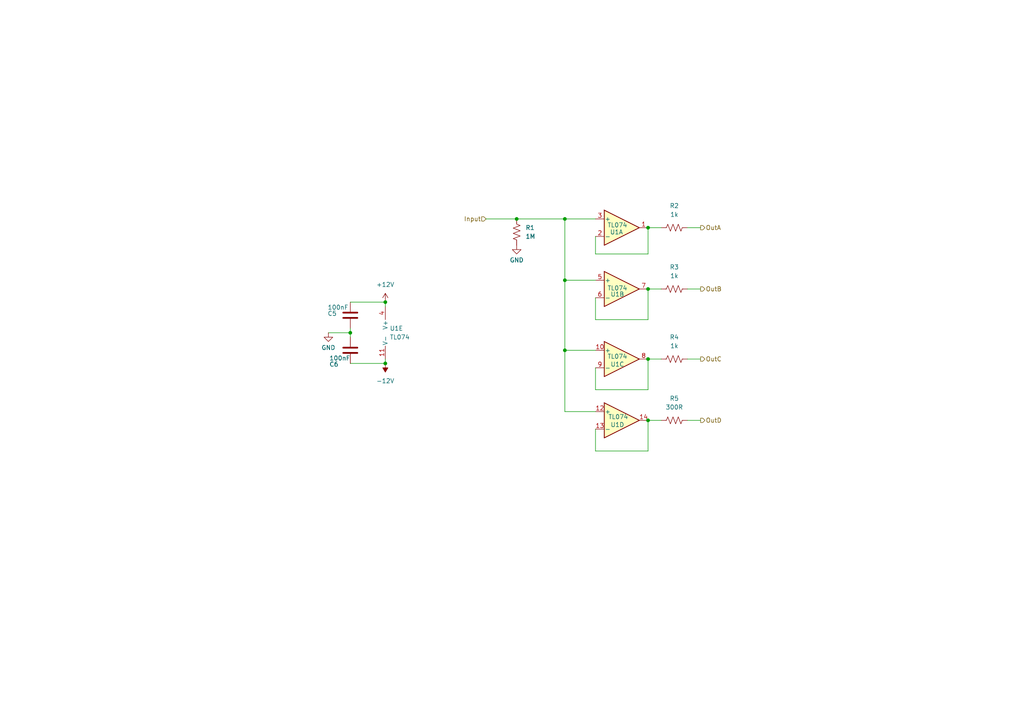
<source format=kicad_sch>
(kicad_sch (version 20250114) (generator "eeschema") (generator_version "9.0")
  (paper "A4")
  (title_block (title "Multiple Buffer Active") (date "2026-02-01") (company "Dirty Dream - Nathanael Noir"))
  (lib_symbols
    (symbol "Amplifier_Operational:TL074" (pin_names (offset 0.127))
      (property "Reference" "U" (at 0 5.08 0))
      (property "Value" "TL074" (at 0 -5.08 0))
      (symbol "TL074_1_1"
        (polyline (pts (xy -5.08 5.08) (xy 5.08 0) (xy -5.08 -5.08) (xy -5.08 5.08)) (stroke (width 0.254)) (fill (type background)))
        (pin input line (at -7.62 2.54 0) (length 2.54) (name "+") (number "3"))
        (pin input line (at -7.62 -2.54 0) (length 2.54) (name "-") (number "2"))
        (pin output line (at 7.62 0 180) (length 2.54) (name "~") (number "1"))
      )
      (symbol "TL074_2_1"
        (polyline (pts (xy -5.08 5.08) (xy 5.08 0) (xy -5.08 -5.08) (xy -5.08 5.08)) (stroke (width 0.254)) (fill (type background)))
        (pin input line (at -7.62 2.54 0) (length 2.54) (name "+") (number "5"))
        (pin input line (at -7.62 -2.54 0) (length 2.54) (name "-") (number "6"))
        (pin output line (at 7.62 0 180) (length 2.54) (name "~") (number "7"))
      )
      (symbol "TL074_3_1"
        (polyline (pts (xy -5.08 5.08) (xy 5.08 0) (xy -5.08 -5.08) (xy -5.08 5.08)) (stroke (width 0.254)) (fill (type background)))
        (pin input line (at -7.62 2.54 0) (length 2.54) (name "+") (number "10"))
        (pin input line (at -7.62 -2.54 0) (length 2.54) (name "-") (number "9"))
        (pin output line (at 7.62 0 180) (length 2.54) (name "~") (number "8"))
      )
      (symbol "TL074_4_1"
        (polyline (pts (xy -5.08 5.08) (xy 5.08 0) (xy -5.08 -5.08) (xy -5.08 5.08)) (stroke (width 0.254)) (fill (type background)))
        (pin input line (at -7.62 2.54 0) (length 2.54) (name "+") (number "12"))
        (pin input line (at -7.62 -2.54 0) (length 2.54) (name "-") (number "13"))
        (pin output line (at 7.62 0 180) (length 2.54) (name "~") (number "14"))
      )
      (symbol "TL074_5_1"
        (pin power_in line (at -2.54 7.62 270) (length 3.81) (name "V+") (number "4"))
        (pin power_in line (at -2.54 -7.62 90) (length 3.81) (name "V-") (number "11"))
      )
    )
    (symbol "Device:C" (pin_numbers (hide yes)) (pin_names (offset 0.254))
      (property "Reference" "C" (at 0.635 2.54 0))
      (property "Value" "C" (at 0.635 -2.54 0))
      (symbol "C_0_1"
        (polyline (pts (xy -2.032 0.762) (xy 2.032 0.762)) (stroke (width 0.508)))
        (polyline (pts (xy -2.032 -0.762) (xy 2.032 -0.762)) (stroke (width 0.508)))
      )
      (symbol "C_1_1"
        (pin passive line (at 0 3.81 270) (length 2.794) (name "~") (number "1"))
        (pin passive line (at 0 -3.81 90) (length 2.794) (name "~") (number "2"))
      )
    )
    (symbol "Device:R_US" (pin_numbers (hide yes)) (pin_names (offset 0))
      (property "Reference" "R" (at 2.54 0 90))
      (property "Value" "R_US" (at -2.54 0 90))
      (symbol "R_US_0_1"
        (polyline (pts (xy 0 2.286) (xy 0 2.54)))
        (polyline (pts (xy 0 2.286) (xy 1.016 1.905) (xy 0 1.524) (xy -1.016 1.143) (xy 0 0.762)))
        (polyline (pts (xy 0 0.762) (xy 1.016 0.381) (xy 0 0) (xy -1.016 -0.381) (xy 0 -0.762)))
        (polyline (pts (xy 0 -0.762) (xy 1.016 -1.143) (xy 0 -1.524) (xy -1.016 -1.905) (xy 0 -2.286)))
        (polyline (pts (xy 0 -2.286) (xy 0 -2.54)))
      )
      (symbol "R_US_1_1"
        (pin passive line (at 0 3.81 270) (length 1.27) (name "~") (number "1"))
        (pin passive line (at 0 -3.81 90) (length 1.27) (name "~") (number "2"))
      )
    )
    (symbol "power:+12V" (power) (pin_numbers (hide yes)) (pin_names (offset 0) (hide yes))
      (property "Value" "+12V" (at 0 3.556 0))
      (symbol "+12V_0_1"
        (polyline (pts (xy -0.762 1.27) (xy 0 2.54)))
        (polyline (pts (xy 0 2.54) (xy 0.762 1.27)))
        (polyline (pts (xy 0 0) (xy 0 2.54)))
      )
      (symbol "+12V_1_1"
        (pin power_in line (at 0 0 90) (length 0) (name "~") (number "1"))
      )
    )
    (symbol "power:-12V" (power) (pin_numbers (hide yes)) (pin_names (offset 0) (hide yes))
      (property "Value" "-12V" (at 0 3.556 0))
      (symbol "-12V_0_0"
        (pin power_in line (at 0 0 90) (length 0) (name "~") (number "1"))
      )
      (symbol "-12V_0_1"
        (polyline (pts (xy 0 0) (xy 0 1.27) (xy 0.762 1.27) (xy 0 2.54) (xy -0.762 1.27) (xy 0 1.27)) (fill (type outline)))
      )
    )
    (symbol "power:GND" (power) (pin_numbers (hide yes)) (pin_names (offset 0) (hide yes))
      (property "Value" "GND" (at 0 -3.81 0))
      (symbol "GND_0_1"
        (polyline (pts (xy 0 0) (xy 0 -1.27) (xy 1.27 -1.27) (xy 0 -2.54) (xy -1.27 -1.27) (xy 0 -1.27)))
      )
      (symbol "GND_1_1"
        (pin power_in line (at 0 0 270) (length 0) (name "~") (number "1"))
      )
    )
  )
  (junction (at 163.83 81.28))
  (junction (at 187.96 83.82))
  (junction (at 101.6 96.52))
  (junction (at 187.96 104.14))
  (junction (at 187.96 66.04))
  (junction (at 111.76 105.41))
  (junction (at 149.86 63.5))
  (junction (at 163.83 63.5))
  (junction (at 187.96 121.92))
  (junction (at 163.83 101.6))
  (junction (at 111.76 87.63))
  (wire (pts (xy 187.96 130.81) (xy 187.96 121.92)))
  (wire (pts (xy 163.83 101.6) (xy 163.83 119.38)))
  (wire (pts (xy 187.96 73.66) (xy 187.96 66.04)))
  (wire (pts (xy 101.6 87.63) (xy 111.76 87.63)))
  (wire (pts (xy 163.83 119.38) (xy 172.72 119.38)))
  (wire (pts (xy 163.83 81.28) (xy 163.83 101.6)))
  (wire (pts (xy 172.72 73.66) (xy 187.96 73.66)))
  (wire (pts (xy 172.72 92.71) (xy 172.72 86.36)))
  (wire (pts (xy 199.39 121.92) (xy 203.2 121.92)))
  (wire (pts (xy 172.72 130.81) (xy 187.96 130.81)))
  (wire (pts (xy 199.39 104.14) (xy 203.2 104.14)))
  (wire (pts (xy 187.96 104.14) (xy 191.77 104.14)))
  (wire (pts (xy 111.76 105.41) (xy 111.76 104.14)))
  (wire (pts (xy 101.6 95.25) (xy 101.6 96.52)))
  (wire (pts (xy 163.83 81.28) (xy 172.72 81.28)))
  (wire (pts (xy 187.96 83.82) (xy 191.77 83.82)))
  (wire (pts (xy 101.6 96.52) (xy 101.6 97.79)))
  (wire (pts (xy 199.39 66.04) (xy 203.2 66.04)))
  (wire (pts (xy 199.39 83.82) (xy 203.2 83.82)))
  (wire (pts (xy 163.83 101.6) (xy 172.72 101.6)))
  (wire (pts (xy 140.97 63.5) (xy 149.86 63.5)))
  (wire (pts (xy 163.83 63.5) (xy 163.83 81.28)))
  (wire (pts (xy 187.96 83.82) (xy 187.96 92.71)))
  (wire (pts (xy 95.25 96.52) (xy 101.6 96.52)))
  (wire (pts (xy 172.72 130.81) (xy 172.72 124.46)))
  (wire (pts (xy 163.83 63.5) (xy 172.72 63.5)))
  (wire (pts (xy 187.96 66.04) (xy 191.77 66.04)))
  (wire (pts (xy 172.72 113.03) (xy 187.96 113.03)))
  (wire (pts (xy 101.6 105.41) (xy 111.76 105.41)))
  (wire (pts (xy 172.72 92.71) (xy 187.96 92.71)))
  (wire (pts (xy 172.72 73.66) (xy 172.72 68.58)))
  (wire (pts (xy 187.96 113.03) (xy 187.96 104.14)))
  (wire (pts (xy 111.76 87.63) (xy 111.76 88.9)))
  (wire (pts (xy 187.96 121.92) (xy 191.77 121.92)))
  (wire (pts (xy 149.86 63.5) (xy 163.83 63.5)))
  (wire (pts (xy 172.72 113.03) (xy 172.72 106.68)))
  (hierarchical_label "OutB" (shape output) (at 203.2 83.82 0))
  (hierarchical_label "OutD" (shape output) (at 203.2 121.92 0))
  (hierarchical_label "OutA" (shape output) (at 203.2 66.04 0))
  (hierarchical_label "Input" (shape input) (at 140.97 63.5 180))
  (hierarchical_label "OutC" (shape output) (at 203.2 104.14 0))
  (symbol (lib_id "Device:R_US") (at 195.58 66.04 90) (unit 1)
    (property "Reference" "R2" (at 195.58 59.69 90))
    (property "Value" "1k" (at 195.58 62.23 90))
    (property "Footprint" "Resistor_SMD:R_0805_2012Metric_Pad1.20x1.40mm_HandSolder" (effects (hide yes)))
    (property "Datasheet" "https://www.taydaelectronics.com/datasheets/files/SMD.pdf" (effects (hide yes)))
    (property "Description" "Resistor, US symbol" (effects (hide yes)))
    (instances (project "test" (path "" (reference "R2") (unit 1)) (path "" (reference "R7") (unit 1))))
  )
  (symbol (lib_id "Device:R_US") (at 195.58 121.92 270) (unit 1)
    (property "Reference" "R5" (at 195.58 115.57 90))
    (property "Value" "300R" (at 195.58 118.11 90))
    (property "Footprint" "Resistor_SMD:R_0805_2012Metric_Pad1.20x1.40mm_HandSolder" (effects (hide yes)))
    (property "Datasheet" "https://www.taydaelectronics.com/datasheets/files/SMD.pdf" (effects (hide yes)))
    (property "Description" "Resistor, US symbol" (effects (hide yes)))
    (instances (project "test" (path "" (reference "R5") (unit 1)) (path "" (reference "R10") (unit 1))))
  )
  (symbol (lib_id "Device:C") (at 101.6 101.6 0) (unit 1)
    (property "Reference" "C6" (at 95.504 105.664 0) (effects (justify left)))
    (property "Value" "100nF" (at 95.504 103.886 0) (effects (justify left)))
    (property "Footprint" "Capacitor_SMD:C_0805_2012Metric_Pad1.18x1.45mm_HandSolder" (effects (hide yes)))
    (property "Datasheet" "https://www.taydaelectronics.com/100nf-50v-smd-ceramic-chip-capacitor.html" (effects (hide yes)))
    (property "Description" "Unpolarized capacitor" (effects (hide yes)))
    (instances (project "test" (path "" (reference "C6") (unit 1)) (path "" (reference "C8") (unit 1))))
  )
  (symbol (lib_id "power:GND") (at 95.25 96.52 0) (unit 1)
    (property "Reference" "#PWR015" (effects (hide yes)))
    (property "Value" "GND" (at 95.25 100.838 0))
    (property "Description" "Power symbol creates a global label with name \"GND\" , ground" (effects (hide yes)))
    (instances (project "test" (path "" (reference "#PWR015") (unit 1)) (path "" (reference "#PWR023") (unit 1))))
  )
  (symbol (lib_id "Amplifier_Operational:TL074") (at 180.34 104.14 0) (unit 3)
    (property "Reference" "U1" (at 179.07 105.664 0))
    (property "Value" "TL074" (at 179.07 103.378 0))
    (property "Footprint" "Package_SO:SOIC-14_3.9x8.7mm_P1.27mm" (effects (hide yes)))
    (property "Datasheet" "https://www.taydaelectronics.com/datasheets/files/A-1137.PDF" (effects (hide yes)))
    (property "Description" "Quad Low-Noise JFET-Input Operational Amplifiers, DIP-14/SOIC-14" (effects (hide yes)))
    (instances (project "test" (path "" (reference "U1") (unit 3)) (path "" (reference "U2") (unit 3))))
  )
  (symbol (lib_id "Device:C") (at 101.6 91.44 0) (unit 1)
    (property "Reference" "C5" (at 94.996 90.932 0) (effects (justify left)))
    (property "Value" "100nF" (at 94.996 89.154 0) (effects (justify left)))
    (property "Footprint" "Capacitor_SMD:C_0805_2012Metric_Pad1.18x1.45mm_HandSolder" (effects (hide yes)))
    (property "Datasheet" "https://www.taydaelectronics.com/100nf-50v-smd-ceramic-chip-capacitor.html" (effects (hide yes)))
    (property "Description" "Unpolarized capacitor" (effects (hide yes)))
    (instances (project "test" (path "" (reference "C5") (unit 1)) (path "" (reference "C7") (unit 1))))
  )
  (symbol (lib_id "Device:R_US") (at 195.58 104.14 90) (unit 1)
    (property "Reference" "R4" (at 195.58 97.79 90))
    (property "Value" "1k" (at 195.58 100.33 90))
    (property "Footprint" "Resistor_SMD:R_0805_2012Metric_Pad1.20x1.40mm_HandSolder" (effects (hide yes)))
    (property "Datasheet" "https://www.taydaelectronics.com/datasheets/files/SMD.pdf" (effects (hide yes)))
    (property "Description" "Resistor, US symbol" (effects (hide yes)))
    (instances (project "test" (path "" (reference "R4") (unit 1)) (path "" (reference "R9") (unit 1))))
  )
  (symbol (lib_id "power:+12V") (at 111.76 87.63 0) (unit 1)
    (property "Reference" "#PWR016" (effects (hide yes)))
    (property "Value" "+12V" (at 111.76 82.55 0))
    (property "Description" "Power symbol creates a global label with name \"+12V\"" (effects (hide yes)))
    (instances (project "test" (path "" (reference "#PWR016") (unit 1)) (path "" (reference "#PWR024") (unit 1))))
  )
  (symbol (lib_id "power:GND") (at 149.86 71.12 0) (unit 1)
    (property "Reference" "#PWR018" (effects (hide yes)))
    (property "Value" "GND" (at 149.86 75.438 0))
    (property "Description" "Power symbol creates a global label with name \"GND\" , ground" (effects (hide yes)))
    (instances (project "test" (path "" (reference "#PWR018") (unit 1)) (path "" (reference "#PWR026") (unit 1))))
  )
  (symbol (lib_id "Device:R_US") (at 195.58 83.82 90) (unit 1)
    (property "Reference" "R3" (at 195.58 77.47 90))
    (property "Value" "1k" (at 195.58 80.01 90))
    (property "Footprint" "Resistor_SMD:R_0805_2012Metric_Pad1.20x1.40mm_HandSolder" (effects (hide yes)))
    (property "Datasheet" "https://www.taydaelectronics.com/datasheets/files/SMD.pdf" (effects (hide yes)))
    (property "Description" "Resistor, US symbol" (effects (hide yes)))
    (instances (project "test" (path "" (reference "R3") (unit 1)) (path "" (reference "R8") (unit 1))))
  )
  (symbol (lib_id "Amplifier_Operational:TL074") (at 180.34 83.82 0) (unit 2)
    (property "Reference" "U1" (at 179.07 85.344 0))
    (property "Value" "TL074" (at 179.07 83.566 0))
    (property "Footprint" "Package_SO:SOIC-14_3.9x8.7mm_P1.27mm" (effects (hide yes)))
    (property "Datasheet" "https://www.taydaelectronics.com/datasheets/files/A-1137.PDF" (effects (hide yes)))
    (property "Description" "Quad Low-Noise JFET-Input Operational Amplifiers, DIP-14/SOIC-14" (effects (hide yes)))
    (instances (project "test" (path "" (reference "U1") (unit 2)) (path "" (reference "U2") (unit 2))))
  )
  (symbol (lib_id "Amplifier_Operational:TL074") (at 180.34 121.92 0) (unit 4)
    (property "Reference" "U1" (at 179.07 123.19 0))
    (property "Value" "TL074" (at 179.324 120.904 0))
    (property "Footprint" "Package_SO:SOIC-14_3.9x8.7mm_P1.27mm" (effects (hide yes)))
    (property "Datasheet" "https://www.taydaelectronics.com/datasheets/files/A-1137.PDF" (effects (hide yes)))
    (property "Description" "Quad Low-Noise JFET-Input Operational Amplifiers, DIP-14/SOIC-14" (effects (hide yes)))
    (instances (project "test" (path "" (reference "U1") (unit 4)) (path "" (reference "U2") (unit 4))))
  )
  (symbol (lib_id "power:-12V") (at 111.76 105.41 0) (mirror x) (unit 1)
    (property "Reference" "#PWR017" (effects (hide yes)))
    (property "Value" "-12V" (at 111.76 110.49 0))
    (property "Description" "Power symbol creates a global label with name \"-12V\"" (effects (hide yes)))
    (instances (project "test" (path "" (reference "#PWR017") (unit 1)) (path "" (reference "#PWR025") (unit 1))))
  )
  (symbol (lib_id "Amplifier_Operational:TL074") (at 114.3 96.52 0) (unit 5)
    (property "Reference" "U1" (at 113.03 95.2499 0) (effects (justify left)))
    (property "Value" "TL074" (at 113.03 97.7899 0) (effects (justify left)))
    (property "Footprint" "Package_SO:SOIC-14_3.9x8.7mm_P1.27mm" (effects (hide yes)))
    (property "Datasheet" "https://www.taydaelectronics.com/datasheets/files/A-1137.PDF" (effects (hide yes)))
    (property "Description" "Quad Low-Noise JFET-Input Operational Amplifiers, DIP-14/SOIC-14" (effects (hide yes)))
    (instances (project "test" (path "" (reference "U1") (unit 5)) (path "" (reference "U2") (unit 5))))
  )
  (symbol (lib_id "Amplifier_Operational:TL074") (at 180.34 66.04 0) (unit 1)
    (property "Reference" "U1" (at 178.816 67.31 0))
    (property "Value" "TL074" (at 179.07 65.278 0))
    (property "Footprint" "Package_SO:SOIC-14_3.9x8.7mm_P1.27mm" (effects (hide yes)))
    (property "Datasheet" "https://www.taydaelectronics.com/datasheets/files/A-1137.PDF" (effects (hide yes)))
    (property "Description" "Quad Low-Noise JFET-Input Operational Amplifiers, DIP-14/SOIC-14" (effects (hide yes)))
    (instances (project "test" (path "" (reference "U1") (unit 1)) (path "" (reference "U2") (unit 1))))
  )
  (symbol (lib_id "Device:R_US") (at 149.86 67.31 180) (unit 1)
    (property "Reference" "R1" (at 152.4 66.0399 0) (effects (justify right)))
    (property "Value" "1M" (at 152.4 68.5799 0) (effects (justify right)))
    (property "Footprint" "Resistor_SMD:R_0805_2012Metric_Pad1.20x1.40mm_HandSolder" (effects (hide yes)))
    (property "Datasheet" "https://www.taydaelectronics.com/datasheets/files/SMD.pdf" (effects (hide yes)))
    (property "Description" "Resistor, US symbol" (effects (hide yes)))
    (instances (project "test" (path "" (reference "R1") (unit 1)) (path "" (reference "R6") (unit 1))))
  )
)
</source>
